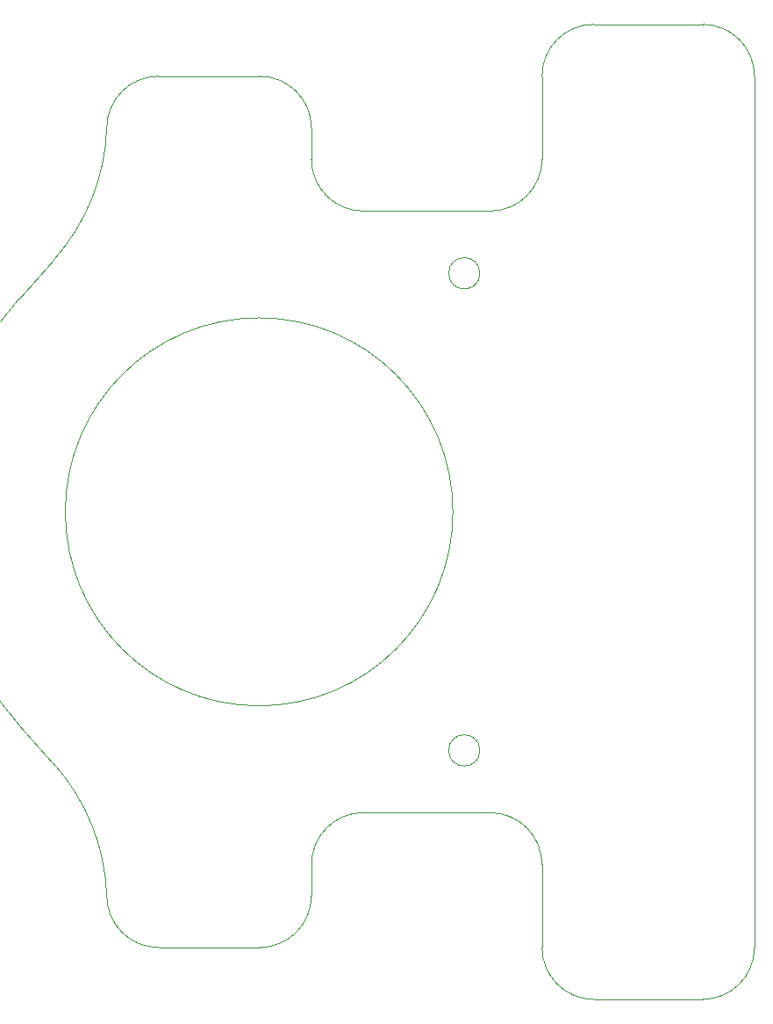
<source format=gbr>
G04 #@! TF.GenerationSoftware,KiCad,Pcbnew,9.0.2*
G04 #@! TF.CreationDate,2025-10-02T21:33:58-04:00*
G04 #@! TF.ProjectId,Trackball,54726163-6b62-4616-9c6c-2e6b69636164,rev?*
G04 #@! TF.SameCoordinates,Original*
G04 #@! TF.FileFunction,Profile,NP*
%FSLAX46Y46*%
G04 Gerber Fmt 4.6, Leading zero omitted, Abs format (unit mm)*
G04 Created by KiCad (PCBNEW 9.0.2) date 2025-10-02 21:33:58*
%MOMM*%
%LPD*%
G01*
G04 APERTURE LIST*
G04 #@! TA.AperFunction,Profile*
%ADD10C,0.050000*%
G04 #@! TD*
G04 APERTURE END LIST*
D10*
X322450000Y-130600000D02*
X334700000Y-130600000D01*
X339700000Y-143600000D02*
X339700000Y-135600000D01*
X292604827Y-125905394D02*
G75*
G02*
X297699966Y-138600001I-14937627J-13365206D01*
G01*
X355200000Y-54600000D02*
G75*
G02*
X360200000Y-59600000I0J-5000000D01*
G01*
X312450000Y-59600000D02*
G75*
G02*
X317450000Y-64600000I0J-5000000D01*
G01*
X360200000Y-143600000D02*
G75*
G02*
X355200000Y-148600000I-5000000J0D01*
G01*
X312450000Y-59600000D02*
X302700000Y-59600000D01*
X339700000Y-59600000D02*
G75*
G02*
X344700000Y-54600000I5000000J0D01*
G01*
X317450000Y-67600000D02*
X317450000Y-64600000D01*
X333703330Y-78600000D02*
G75*
G02*
X330696670Y-78600000I-1503330J0D01*
G01*
X330696670Y-78600000D02*
G75*
G02*
X333703330Y-78600000I1503330J0D01*
G01*
X333703330Y-124600000D02*
G75*
G02*
X330696670Y-124600000I-1503330J0D01*
G01*
X330696670Y-124600000D02*
G75*
G02*
X333703330Y-124600000I1503330J0D01*
G01*
X297700000Y-64600000D02*
G75*
G02*
X292604805Y-77294586I-20032800J670700D01*
G01*
X360200000Y-101600000D02*
X360200000Y-143600000D01*
X334700000Y-130600000D02*
G75*
G02*
X339700000Y-135600000I0J-5000000D01*
G01*
X317450000Y-135600000D02*
X317450000Y-138600000D01*
X292604827Y-77294606D02*
X289200001Y-81100000D01*
X339700000Y-67600000D02*
G75*
G02*
X334700000Y-72600000I-5000000J0D01*
G01*
X317450000Y-135600000D02*
G75*
G02*
X322450000Y-130600000I5000000J0D01*
G01*
X344700000Y-148600000D02*
G75*
G02*
X339700000Y-143600000I0J5000000D01*
G01*
X331100000Y-101600000D02*
G75*
G02*
X293700000Y-101600000I-18700000J0D01*
G01*
X293700000Y-101600000D02*
G75*
G02*
X331100000Y-101600000I18700000J0D01*
G01*
X322450000Y-72600000D02*
X334700000Y-72600000D01*
X289200000Y-122100000D02*
G75*
G02*
X289200000Y-81100000I23162440J20500000D01*
G01*
X344700000Y-54600000D02*
X355200000Y-54600000D01*
X302700000Y-143600000D02*
G75*
G02*
X297700000Y-138600000I0J5000000D01*
G01*
X317450000Y-138600000D02*
G75*
G02*
X312450000Y-143600000I-5000000J0D01*
G01*
X297700000Y-64600000D02*
G75*
G02*
X302700000Y-59600000I5000000J0D01*
G01*
X322450000Y-72600000D02*
G75*
G02*
X317450000Y-67600000I0J5000000D01*
G01*
X292604827Y-125905394D02*
X289200001Y-122100000D01*
X360200000Y-101600000D02*
X360200000Y-59600000D01*
X339700000Y-59600000D02*
X339700000Y-67600000D01*
X344700000Y-148600000D02*
X355200000Y-148600000D01*
X312450000Y-143600000D02*
X302700000Y-143600000D01*
M02*

</source>
